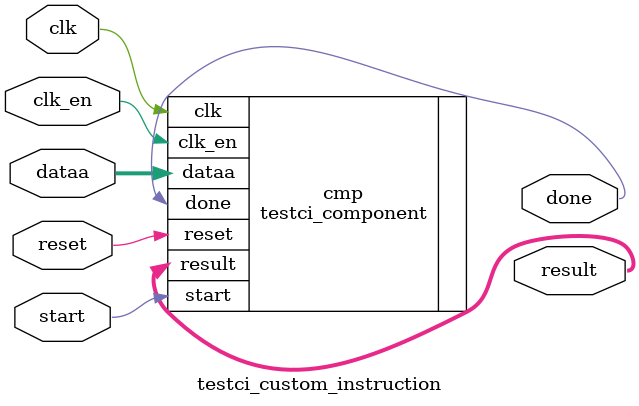
<source format=v>
module testci_custom_instruction (
    clk,
    clk_en,
    reset,
    start,
    dataa,
    done,
    result
);

    input clk;
    input clk_en;
    input reset;
    input start;
    input [31:0] dataa;
    output done;
    output [31:0] result;

    testci_component cmp(
        .clk(clk),
        .clk_en(clk_en),
        .reset(reset),
        .start(start),
        .dataa(dataa),
        .done(done),
        .result(result)
    );

endmodule // testci_custom_instruction

</source>
